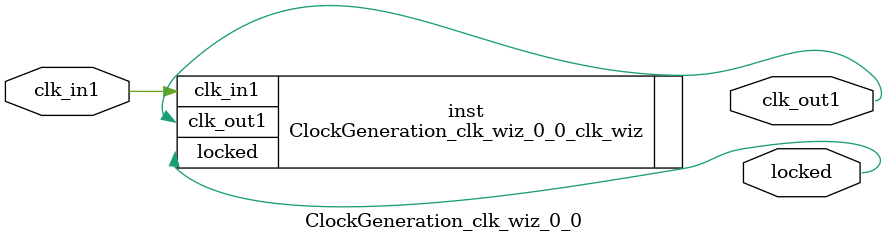
<source format=v>


`timescale 1ps/1ps

(* CORE_GENERATION_INFO = "ClockGeneration_clk_wiz_0_0,clk_wiz_v6_0_2_0_0,{component_name=ClockGeneration_clk_wiz_0_0,use_phase_alignment=true,use_min_o_jitter=false,use_max_i_jitter=false,use_dyn_phase_shift=false,use_inclk_switchover=false,use_dyn_reconfig=false,enable_axi=0,feedback_source=FDBK_AUTO,PRIMITIVE=MMCM,num_out_clk=1,clkin1_period=8.000,clkin2_period=10.000,use_power_down=false,use_reset=false,use_locked=true,use_inclk_stopped=false,feedback_type=SINGLE,CLOCK_MGR_TYPE=NA,manual_override=false}" *)

module ClockGeneration_clk_wiz_0_0 
 (
  // Clock out ports
  output        clk_out1,
  // Status and control signals
  output        locked,
 // Clock in ports
  input         clk_in1
 );

  ClockGeneration_clk_wiz_0_0_clk_wiz inst
  (
  // Clock out ports  
  .clk_out1(clk_out1),
  // Status and control signals               
  .locked(locked),
 // Clock in ports
  .clk_in1(clk_in1)
  );

endmodule

</source>
